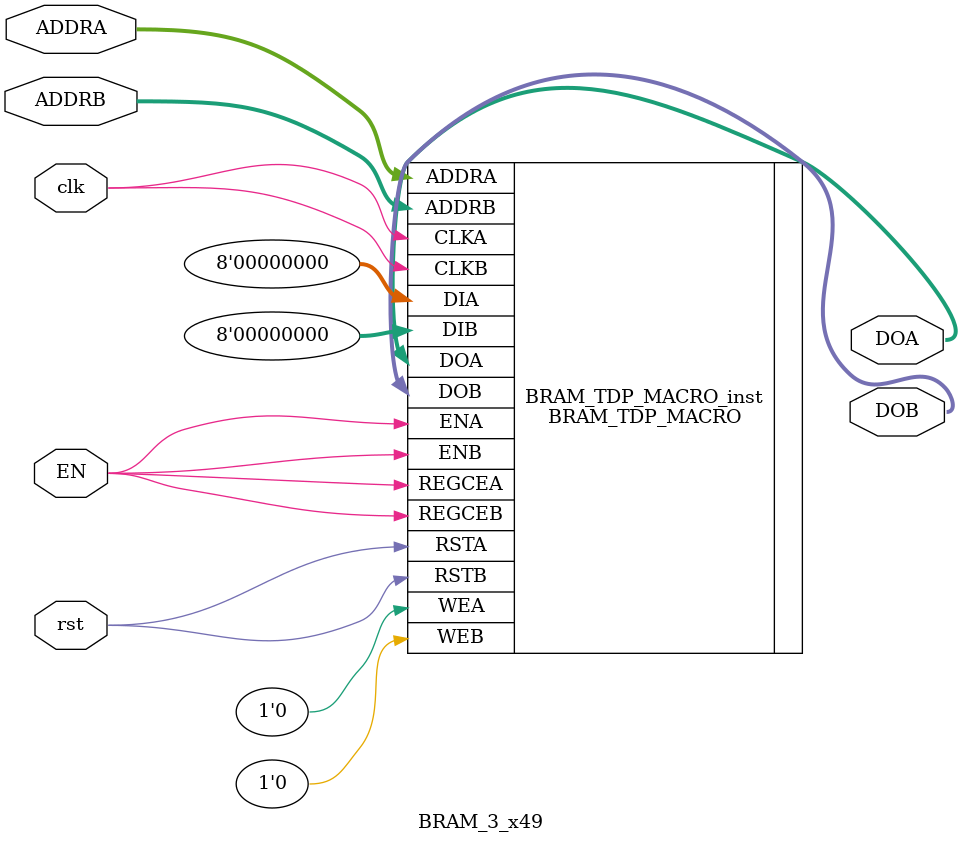
<source format=v>

module BRAM_3_x49(
    input [9:0] ADDRA,
    input [9:0] ADDRB,
    input clk,
    input rst, input EN,
    output [7:0] DOA,
    output [7:0] DOB
    );



// Spartan-6
// Xilinx HDL Libraries Guide, version 14.7
//////////////////////////////////////////////////////////////////////////
// DATA_WIDTH_A/B | BRAM_SIZE | RAM Depth | ADDRA/B Width | WEA/B Width //
// ===============|===========|===========|===============|=============//
// 19-36 | "18Kb" | 512 | 9-bit | 4-bit //
// 10-18 | "18Kb" | 1024 | 10-bit | 2-bit //
// 10-18 | "9Kb" | 512 | 9-bit | 2-bit //
// 5-9 | "18Kb" | 2048 | 11-bit | 1-bit //
// 5-9 | "9Kb" | 1024 | 10-bit | 1-bit //
// 3-4 | "18Kb" | 4096 | 12-bit | 1-bit //
// 3-4 | "9Kb" | 2048 | 11-bit | 1-bit //
// 2 | "18Kb" | 8192 | 13-bit | 1-bit //
// 2 | "9Kb" | 4096 | 12-bit | 1-bit //
// 1 | "18Kb" | 16384 | 14-bit | 1-bit //
// 1 | "9Kb" | 8192 | 12-bit | 1-bit //
//////////////////////////////////////////////////////////////////////////
BRAM_TDP_MACRO #(
	.BRAM_SIZE("9Kb"), // Target BRAM: "9Kb" or "18Kb"
	.DEVICE("SPARTAN6"), // Target device: "VIRTEX5", "VIRTEX6", "SPARTAN6"
	.DOA_REG(1), // Optional port A output register (0 or 1)
	.DOB_REG(1), // Optional port B output register (0 or 1)
	.INIT_A(36'h0123), // Initial values on port A output port
	.INIT_B(36'h3210), // Initial values on port B output port
	.INIT_FILE ("NONE"),
	.READ_WIDTH_A (8), // Valid values are 1-36
	.READ_WIDTH_B (8), // Valid values are 1-36
	.SIM_COLLISION_CHECK ("NONE"), // Collision check enable "ALL", "WARNING_ONLY",
	// "GENERATE_X_ONLY" or "NONE"
	.SRVAL_A(36'h00000000), // Set/Reset value for port A output
	.SRVAL_B(36'h00000000), // Set/Reset value for port B output
	.WRITE_MODE_A("WRITE_FIRST"), // "WRITE_FIRST", "READ_FIRST", or "NO_CHANGE"
	.WRITE_MODE_B("WRITE_FIRST"), // "WRITE_FIRST", "READ_FIRST", or "NO_CHANGE"
	.WRITE_WIDTH_A(8), // Valid values are 1-36
	.WRITE_WIDTH_B(8), // Valid values are 1-36
	
.INIT_00(256'hF4CA330D444CC9C100000000000000002214685E000000000000000000000000),
.INIT_01(256'h19EBAE5CD81E13D503E4AC4B5ABFC326041BA7B8341FEBC03A380C0E00000000),
.INIT_02(256'h405F9F807FEA6EFBFEDFE6C7FC6160FDC14B0F85000000006ED2EA5600000000),
.INIT_03(256'h6841E8C116B76ECFB68A2E12DD5FF775055C0D54E63716C7387CA5E15CA67389),
.INIT_04(256'h431C792613F4D83FF12EEE31306194C5B0B6A3A504BAE658B7390C8200000000),
.INIT_05(256'hF86BB221654CE8C1BF870F379B2FA612311ECBE42BBE168331BDBC3000000000),
.INIT_06(256'h07AA9B3613BAFA53A5881C31ADB22B349BF2B2DB076A5B364BAACA2B598AE734),
.INIT_07(256'h2BB0E873C25F42DFF2C2CBFB2F2F1F1FAA1045FFA81404B8F3EA6B72577EC6EF),
.INIT_08(256'h033DC4FAB3BB3E36F7F7F7F7F7F7F7F7D5E39FA9F7F7F7F7F7F7F7F7F7F7F7F7),
.INIT_09(256'hEE1C59AB2FE9E422F4135BBCAD4834D1F3EC504FC3E81C37CDCFFBF9F7F7F7F7),
.INIT_0A(256'hB7A86877881D990C092811300B96970A36BCF872F7F7F7F799251DA1F7F7F7F7),
.INIT_0B(256'h9FB61F36E1409938417DD9E52AA80082F2ABFAA311C0E130CF8B5216AB51847E),
.INIT_0C(256'hB4EB8ED1E4032FC806D919C6C796633247415452F34D11AF40CEFB75F7F7F7F7),
.INIT_0D(256'h0F9C45D692BB1F364870F8C06CD851E5C6E93C13DC49E174C64A4BC7F7F7F7F7),
.INIT_0E(256'hF05D6CC1E44D0DA4527FEBC65A45DCC36C05452CF09DACC1BC5D3DDCAE7D10C3),
.INIT_0F(256'hDC471F8435A8B52805353C0CD8D8E8E85DE7B2085FE3F34F041D9C85A0893118),
.INIT_10(256'hD21EAD61ECC596BF000000000000000001E404E1000000000000000000000000),
.INIT_11(256'h4E368AF2532ADCA528617F366DC074D92BD78C70D82534C99470DA3E00000000),
.INIT_12(256'h28DA21D392F73A5F19276F51C28E105C940335A200000000CAB86E1C00000000),
.INIT_13(256'hE0405DFD2BF879AA9100BF2E5D5A999E94FC98F0A0BB435880F065158C6A8365),
.INIT_14(256'hB389E0DADBCE273276421A2E44BA827C6B868469EF2DAF6DE12B4B8100000000),
.INIT_15(256'hC14F29A76B2E6227730E4835E5B63A6963972EDAF4CB586794BA705E00000000),
.INIT_16(256'h5D41170BF0B1B1F0495B3C2EE14B9A3053D477F003D92CF6B414D575DEC6B1A9),
.INIT_17(256'h6F2191DF52A5E91EF845D568A647CB2A651DEC9474B5B8790BA92B8946B826D8),
.INIT_18(256'h25E95A961B326148F7F7F7F7F7F7F7F7F613F316F7F7F7F7F7F7F7F7F7F7F7F7),
.INIT_19(256'hB9C17D05A4DD2B52DF9688C19A37832EDC207B872FD2C33E63872DC9F7F7F7F7),
.INIT_1A(256'hDF2DD6246500CDA8EED098A63579E7AB63F4C255F7F7F7F73D4F99EBF7F7F7F7),
.INIT_1B(256'h17B7AA0ADC0F8E5D66F748D9AAAD6E69630B6F07574CB4AF770792E27B9D7492),
.INIT_1C(256'h447E172D2C39D0C581B5EDD9B34D758B9C71739E18DA589A16DCBC76F7F7F7F7),
.INIT_1D(256'h36B8DE509CD995D084F9BFC21241CD9E9460D92D033CAF90634D87A9F7F7F7F7),
.INIT_1E(256'hAAB6E0FC07464607BEACCBD916BC6DC7A4238007F42EDB0143E322822931465E),
.INIT_1F(256'h98D66628A5521EE90FB2229F51B03CDD92EA1B6383424F8EFC5EDC7EB14FD12F),


	
	//===============================================================================
	
	.INIT_20(256'h0000000000000000000000000000000000000000000000000000000000000000),
	.INIT_21(256'h0000000000000000000000000000000000000000000000000000000000000000),
	.INIT_22(256'h0000000000000000000000000000000000000000000000000000000000000000),
	.INIT_23(256'h0000000000000000000000000000000000000000000000000000000000000000),
	.INIT_24(256'h0000000000000000000000000000000000000000000000000000000000000000),
	.INIT_25(256'h0000000000000000000000000000000000000000000000000000000000000000),
	.INIT_26(256'h0000000000000000000000000000000000000000000000000000000000000000),
	.INIT_27(256'h0000000000000000000000000000000000000000000000000000000000000000),
	.INIT_28(256'h0000000000000000000000000000000000000000000000000000000000000000),
	.INIT_29(256'h0000000000000000000000000000000000000000000000000000000000000000),
	.INIT_2A(256'h0000000000000000000000000000000000000000000000000000000000000000),
	.INIT_2B(256'h0000000000000000000000000000000000000000000000000000000000000000),
	.INIT_2C(256'h0000000000000000000000000000000000000000000000000000000000000000),
	.INIT_2D(256'h0000000000000000000000000000000000000000000000000000000000000000),
	.INIT_2E(256'h0000000000000000000000000000000000000000000000000000000000000000),
	.INIT_2F(256'h0000000000000000000000000000000000000000000000000000000000000000),
	.INIT_30(256'h0000000000000000000000000000000000000000000000000000000000000000),
	.INIT_31(256'h0000000000000000000000000000000000000000000000000000000000000000),
	.INIT_32(256'h0000000000000000000000000000000000000000000000000000000000000000),
	.INIT_33(256'h0000000000000000000000000000000000000000000000000000000000000000),
	.INIT_34(256'h0000000000000000000000000000000000000000000000000000000000000000),
	.INIT_35(256'h0000000000000000000000000000000000000000000000000000000000000000),
	.INIT_36(256'h0000000000000000000000000000000000000000000000000000000000000000),
	.INIT_37(256'h0000000000000000000000000000000000000000000000000000000000000000),
	.INIT_38(256'h0000000000000000000000000000000000000000000000000000000000000000),
	.INIT_39(256'h0000000000000000000000000000000000000000000000000000000000000000),
	.INIT_3A(256'h0000000000000000000000000000000000000000000000000000000000000000),
	.INIT_3B(256'h0000000000000000000000000000000000000000000000000000000000000000),
	.INIT_3C(256'h0000000000000000000000000000000000000000000000000000000000000000),
	.INIT_3D(256'h0000000000000000000000000000000000000000000000000000000000000000),
	.INIT_3E(256'h0000000000000000000000000000000000000000000000000000000000000000),
	.INIT_3F(256'h0000000000000000000000000000000000000000000000000000000000000000),


	// The next set of INITP_xx are for the parity bits
	.INITP_00(256'h0000000000000000000000000000000000000000000000000000000000000000),
	.INITP_01(256'h0000000000000000000000000000000000000000000000000000000000000000),
	.INITP_02(256'h0000000000000000000000000000000000000000000000000000000000000000),
	.INITP_03(256'h0000000000000000000000000000000000000000000000000000000000000000),
	// The next set of INITP_xx are for "18Kb" configuration only
	.INITP_04(256'h0000000000000000000000000000000000000000000000000000000000000000),
	.INITP_05(256'h0000000000000000000000000000000000000000000000000000000000000000),
	.INITP_06(256'h0000000000000000000000000000000000000000000000000000000000000000),
	.INITP_07(256'h0000000000000000000000000000000000000000000000000000000000000000)
) BRAM_TDP_MACRO_inst (
	.DOA(DOA), // Output port-A data, width defined by READ_WIDTH_A parameter
	.DOB(DOB), // Output port-B data, width defined by READ_WIDTH_B parameter
	.ADDRA(ADDRA), // Input port-A address, width defined by Port A depth
	.ADDRB(ADDRB), // Input port-B address, width defined by Port B depth
	.CLKA(clk), // 1-bit input port-A clock
	.CLKB(clk), // 1-bit input port-B clock
	.DIA(8'h0), // Input port-A data, width defined by WRITE_WIDTH_A parameter
	.DIB(8'h0), // Input port-B data, width defined by WRITE_WIDTH_B parameter
	.ENA(EN), // 1-bit input port-A enable
	.ENB(EN), // 1-bit input port-B enable
	.REGCEA(EN), // 1-bit input port-A output register enable
	.REGCEB(EN), // 1-bit input port-B output register enable
	.RSTA(rst), // 1-bit input port-A reset
	.RSTB(rst), // 1-bit input port-B reset
	.WEA(1'b0), // Input port-A write enable, width defined by Port A depth
	.WEB(1'b0) // Input port-B write enable, width defined by Port B depth
);
// End of BRAM_TDP_MACRO_inst instantiation
endmodule

</source>
